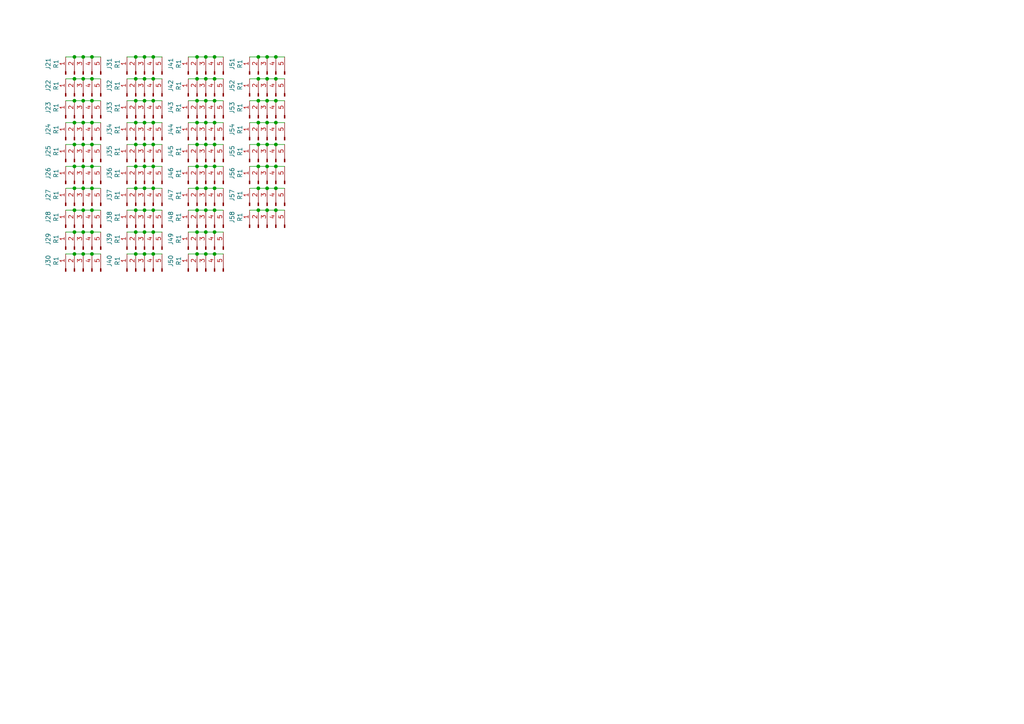
<source format=kicad_sch>
(kicad_sch (version 20231120) (generator "eeschema") (generator_version "8.0")
  (paper "A4")
  (lib_symbols
    (symbol "Connector:Conn_01x05_Pin" (pin_names (offset 1.016) hide)
      (property "Reference" "J" (at 0 7.62 0))
      (property "Value" "Conn_01x05_Pin" (at 0 -7.62 0))
      (symbol "Conn_01x05_Pin_1_1"
        (polyline (pts (xy 1.27 -5.08) (xy 0.8636 -5.08)) (stroke (width 0.1524)))
        (polyline (pts (xy 1.27 -2.54) (xy 0.8636 -2.54)) (stroke (width 0.1524)))
        (polyline (pts (xy 1.27 0) (xy 0.8636 0)) (stroke (width 0.1524)))
        (polyline (pts (xy 1.27 2.54) (xy 0.8636 2.54)) (stroke (width 0.1524)))
        (polyline (pts (xy 1.27 5.08) (xy 0.8636 5.08)) (stroke (width 0.1524)))
        (rectangle (start 0.8636 -4.953) (end 0 -5.207) (stroke (width 0.1524)) (fill (type outline)))
        (rectangle (start 0.8636 -2.413) (end 0 -2.667) (stroke (width 0.1524)) (fill (type outline)))
        (rectangle (start 0.8636 0.127) (end 0 -0.127) (stroke (width 0.1524)) (fill (type outline)))
        (rectangle (start 0.8636 2.667) (end 0 2.413) (stroke (width 0.1524)) (fill (type outline)))
        (rectangle (start 0.8636 5.207) (end 0 4.953) (stroke (width 0.1524)) (fill (type outline)))
        (pin passive line (at 5.08 5.08 180) (length 3.81) (name "Pin_1") (number "1"))
        (pin passive line (at 5.08 2.54 180) (length 3.81) (name "Pin_2") (number "2"))
        (pin passive line (at 5.08 0 180) (length 3.81) (name "Pin_3") (number "3"))
        (pin passive line (at 5.08 -2.54 180) (length 3.81) (name "Pin_4") (number "4"))
        (pin passive line (at 5.08 -5.08 180) (length 3.81) (name "Pin_5") (number "5"))
      )
    )
  )
  (junction (at 21.59 60.96))
  (junction (at 41.91 16.51))
  (junction (at 44.45 41.91))
  (junction (at 41.91 29.21))
  (junction (at 21.59 41.91))
  (junction (at 62.23 48.26))
  (junction (at 74.93 60.96))
  (junction (at 57.15 73.66))
  (junction (at 21.59 29.21))
  (junction (at 77.47 35.56))
  (junction (at 26.67 67.31))
  (junction (at 39.37 48.26))
  (junction (at 26.67 41.91))
  (junction (at 57.15 41.91))
  (junction (at 77.47 22.86))
  (junction (at 62.23 54.61))
  (junction (at 24.13 67.31))
  (junction (at 21.59 35.56))
  (junction (at 39.37 29.21))
  (junction (at 39.37 73.66))
  (junction (at 74.93 41.91))
  (junction (at 59.69 16.51))
  (junction (at 62.23 29.21))
  (junction (at 57.15 67.31))
  (junction (at 57.15 54.61))
  (junction (at 74.93 54.61))
  (junction (at 41.91 35.56))
  (junction (at 39.37 16.51))
  (junction (at 26.67 73.66))
  (junction (at 74.93 16.51))
  (junction (at 62.23 35.56))
  (junction (at 80.01 60.96))
  (junction (at 41.91 22.86))
  (junction (at 80.01 41.91))
  (junction (at 41.91 54.61))
  (junction (at 44.45 73.66))
  (junction (at 77.47 48.26))
  (junction (at 21.59 67.31))
  (junction (at 77.47 16.51))
  (junction (at 24.13 73.66))
  (junction (at 44.45 48.26))
  (junction (at 21.59 54.61))
  (junction (at 26.67 60.96))
  (junction (at 80.01 35.56))
  (junction (at 39.37 67.31))
  (junction (at 57.15 48.26))
  (junction (at 62.23 41.91))
  (junction (at 24.13 29.21))
  (junction (at 74.93 22.86))
  (junction (at 59.69 48.26))
  (junction (at 77.47 29.21))
  (junction (at 62.23 16.51))
  (junction (at 57.15 35.56))
  (junction (at 74.93 48.26))
  (junction (at 57.15 16.51))
  (junction (at 39.37 60.96))
  (junction (at 74.93 35.56))
  (junction (at 74.93 29.21))
  (junction (at 80.01 29.21))
  (junction (at 57.15 60.96))
  (junction (at 80.01 16.51))
  (junction (at 80.01 54.61))
  (junction (at 44.45 35.56))
  (junction (at 26.67 22.86))
  (junction (at 59.69 22.86))
  (junction (at 21.59 73.66))
  (junction (at 24.13 41.91))
  (junction (at 59.69 54.61))
  (junction (at 24.13 48.26))
  (junction (at 62.23 60.96))
  (junction (at 41.91 73.66))
  (junction (at 80.01 22.86))
  (junction (at 77.47 60.96))
  (junction (at 24.13 60.96))
  (junction (at 57.15 22.86))
  (junction (at 77.47 54.61))
  (junction (at 59.69 29.21))
  (junction (at 41.91 67.31))
  (junction (at 26.67 48.26))
  (junction (at 59.69 41.91))
  (junction (at 26.67 54.61))
  (junction (at 59.69 67.31))
  (junction (at 44.45 54.61))
  (junction (at 59.69 60.96))
  (junction (at 59.69 35.56))
  (junction (at 62.23 67.31))
  (junction (at 21.59 22.86))
  (junction (at 44.45 60.96))
  (junction (at 44.45 16.51))
  (junction (at 57.15 29.21))
  (junction (at 62.23 73.66))
  (junction (at 44.45 29.21))
  (junction (at 26.67 35.56))
  (junction (at 44.45 67.31))
  (junction (at 41.91 48.26))
  (junction (at 41.91 41.91))
  (junction (at 44.45 22.86))
  (junction (at 39.37 54.61))
  (junction (at 39.37 35.56))
  (junction (at 24.13 16.51))
  (junction (at 77.47 41.91))
  (junction (at 24.13 35.56))
  (junction (at 21.59 16.51))
  (junction (at 39.37 22.86))
  (junction (at 62.23 22.86))
  (junction (at 26.67 29.21))
  (junction (at 21.59 48.26))
  (junction (at 24.13 22.86))
  (junction (at 80.01 48.26))
  (junction (at 41.91 60.96))
  (junction (at 24.13 54.61))
  (junction (at 26.67 16.51))
  (junction (at 39.37 41.91))
  (junction (at 59.69 73.66))
  (wire (pts (xy 44.45 60.96) (xy 46.99 60.96)))
  (wire (pts (xy 21.59 35.56) (xy 24.13 35.56)))
  (wire (pts (xy 24.13 22.86) (xy 26.67 22.86)))
  (wire (pts (xy 62.23 16.51) (xy 64.77 16.51)))
  (wire (pts (xy 39.37 35.56) (xy 41.91 35.56)))
  (wire (pts (xy 39.37 29.21) (xy 41.91 29.21)))
  (wire (pts (xy 59.69 48.26) (xy 62.23 48.26)))
  (wire (pts (xy 41.91 41.91) (xy 44.45 41.91)))
  (wire (pts (xy 21.59 54.61) (xy 24.13 54.61)))
  (wire (pts (xy 26.67 48.26) (xy 29.21 48.26)))
  (wire (pts (xy 39.37 67.31) (xy 41.91 67.31)))
  (wire (pts (xy 54.61 54.61) (xy 57.15 54.61)))
  (wire (pts (xy 59.69 22.86) (xy 62.23 22.86)))
  (wire (pts (xy 39.37 60.96) (xy 41.91 60.96)))
  (wire (pts (xy 26.67 16.51) (xy 29.21 16.51)))
  (wire (pts (xy 26.67 67.31) (xy 29.21 67.31)))
  (wire (pts (xy 80.01 48.26) (xy 82.55 48.26)))
  (wire (pts (xy 44.45 48.26) (xy 46.99 48.26)))
  (wire (pts (xy 59.69 67.31) (xy 62.23 67.31)))
  (wire (pts (xy 21.59 60.96) (xy 24.13 60.96)))
  (wire (pts (xy 41.91 16.51) (xy 44.45 16.51)))
  (wire (pts (xy 74.93 29.21) (xy 77.47 29.21)))
  (wire (pts (xy 24.13 35.56) (xy 26.67 35.56)))
  (wire (pts (xy 44.45 29.21) (xy 46.99 29.21)))
  (wire (pts (xy 41.91 29.21) (xy 44.45 29.21)))
  (wire (pts (xy 54.61 16.51) (xy 57.15 16.51)))
  (wire (pts (xy 21.59 73.66) (xy 24.13 73.66)))
  (wire (pts (xy 19.05 48.26) (xy 21.59 48.26)))
  (wire (pts (xy 36.83 48.26) (xy 39.37 48.26)))
  (wire (pts (xy 80.01 54.61) (xy 82.55 54.61)))
  (wire (pts (xy 72.39 48.26) (xy 74.93 48.26)))
  (wire (pts (xy 44.45 35.56) (xy 46.99 35.56)))
  (wire (pts (xy 36.83 41.91) (xy 39.37 41.91)))
  (wire (pts (xy 62.23 48.26) (xy 64.77 48.26)))
  (wire (pts (xy 59.69 41.91) (xy 62.23 41.91)))
  (wire (pts (xy 21.59 16.51) (xy 24.13 16.51)))
  (wire (pts (xy 57.15 67.31) (xy 59.69 67.31)))
  (wire (pts (xy 80.01 22.86) (xy 82.55 22.86)))
  (wire (pts (xy 24.13 41.91) (xy 26.67 41.91)))
  (wire (pts (xy 59.69 35.56) (xy 62.23 35.56)))
  (wire (pts (xy 77.47 29.21) (xy 80.01 29.21)))
  (wire (pts (xy 62.23 73.66) (xy 64.77 73.66)))
  (wire (pts (xy 21.59 41.91) (xy 24.13 41.91)))
  (wire (pts (xy 77.47 48.26) (xy 80.01 48.26)))
  (wire (pts (xy 77.47 16.51) (xy 80.01 16.51)))
  (wire (pts (xy 26.67 35.56) (xy 29.21 35.56)))
  (wire (pts (xy 21.59 67.31) (xy 24.13 67.31)))
  (wire (pts (xy 74.93 60.96) (xy 77.47 60.96)))
  (wire (pts (xy 39.37 73.66) (xy 41.91 73.66)))
  (wire (pts (xy 41.91 73.66) (xy 44.45 73.66)))
  (wire (pts (xy 36.83 16.51) (xy 39.37 16.51)))
  (wire (pts (xy 24.13 73.66) (xy 26.67 73.66)))
  (wire (pts (xy 72.39 35.56) (xy 74.93 35.56)))
  (wire (pts (xy 54.61 41.91) (xy 57.15 41.91)))
  (wire (pts (xy 24.13 48.26) (xy 26.67 48.26)))
  (wire (pts (xy 36.83 60.96) (xy 39.37 60.96)))
  (wire (pts (xy 80.01 35.56) (xy 82.55 35.56)))
  (wire (pts (xy 62.23 22.86) (xy 64.77 22.86)))
  (wire (pts (xy 54.61 73.66) (xy 57.15 73.66)))
  (wire (pts (xy 26.67 73.66) (xy 29.21 73.66)))
  (wire (pts (xy 54.61 48.26) (xy 57.15 48.26)))
  (wire (pts (xy 57.15 41.91) (xy 59.69 41.91)))
  (wire (pts (xy 24.13 54.61) (xy 26.67 54.61)))
  (wire (pts (xy 21.59 48.26) (xy 24.13 48.26)))
  (wire (pts (xy 54.61 67.31) (xy 57.15 67.31)))
  (wire (pts (xy 36.83 54.61) (xy 39.37 54.61)))
  (wire (pts (xy 24.13 16.51) (xy 26.67 16.51)))
  (wire (pts (xy 19.05 41.91) (xy 21.59 41.91)))
  (wire (pts (xy 80.01 41.91) (xy 82.55 41.91)))
  (wire (pts (xy 26.67 41.91) (xy 29.21 41.91)))
  (wire (pts (xy 44.45 54.61) (xy 46.99 54.61)))
  (wire (pts (xy 57.15 16.51) (xy 59.69 16.51)))
  (wire (pts (xy 26.67 22.86) (xy 29.21 22.86)))
  (wire (pts (xy 41.91 60.96) (xy 44.45 60.96)))
  (wire (pts (xy 57.15 48.26) (xy 59.69 48.26)))
  (wire (pts (xy 72.39 16.51) (xy 74.93 16.51)))
  (wire (pts (xy 72.39 60.96) (xy 74.93 60.96)))
  (wire (pts (xy 39.37 41.91) (xy 41.91 41.91)))
  (wire (pts (xy 62.23 35.56) (xy 64.77 35.56)))
  (wire (pts (xy 41.91 54.61) (xy 44.45 54.61)))
  (wire (pts (xy 59.69 54.61) (xy 62.23 54.61)))
  (wire (pts (xy 39.37 54.61) (xy 41.91 54.61)))
  (wire (pts (xy 26.67 60.96) (xy 29.21 60.96)))
  (wire (pts (xy 19.05 73.66) (xy 21.59 73.66)))
  (wire (pts (xy 19.05 67.31) (xy 21.59 67.31)))
  (wire (pts (xy 36.83 35.56) (xy 39.37 35.56)))
  (wire (pts (xy 21.59 29.21) (xy 24.13 29.21)))
  (wire (pts (xy 19.05 54.61) (xy 21.59 54.61)))
  (wire (pts (xy 74.93 35.56) (xy 77.47 35.56)))
  (wire (pts (xy 57.15 54.61) (xy 59.69 54.61)))
  (wire (pts (xy 44.45 67.31) (xy 46.99 67.31)))
  (wire (pts (xy 54.61 35.56) (xy 57.15 35.56)))
  (wire (pts (xy 72.39 54.61) (xy 74.93 54.61)))
  (wire (pts (xy 24.13 29.21) (xy 26.67 29.21)))
  (wire (pts (xy 62.23 41.91) (xy 64.77 41.91)))
  (wire (pts (xy 41.91 22.86) (xy 44.45 22.86)))
  (wire (pts (xy 19.05 60.96) (xy 21.59 60.96)))
  (wire (pts (xy 24.13 67.31) (xy 26.67 67.31)))
  (wire (pts (xy 74.93 16.51) (xy 77.47 16.51)))
  (wire (pts (xy 54.61 60.96) (xy 57.15 60.96)))
  (wire (pts (xy 19.05 29.21) (xy 21.59 29.21)))
  (wire (pts (xy 59.69 29.21) (xy 62.23 29.21)))
  (wire (pts (xy 74.93 54.61) (xy 77.47 54.61)))
  (wire (pts (xy 62.23 60.96) (xy 64.77 60.96)))
  (wire (pts (xy 77.47 60.96) (xy 80.01 60.96)))
  (wire (pts (xy 74.93 48.26) (xy 77.47 48.26)))
  (wire (pts (xy 59.69 60.96) (xy 62.23 60.96)))
  (wire (pts (xy 41.91 67.31) (xy 44.45 67.31)))
  (wire (pts (xy 36.83 67.31) (xy 39.37 67.31)))
  (wire (pts (xy 57.15 60.96) (xy 59.69 60.96)))
  (wire (pts (xy 62.23 29.21) (xy 64.77 29.21)))
  (wire (pts (xy 41.91 48.26) (xy 44.45 48.26)))
  (wire (pts (xy 41.91 35.56) (xy 44.45 35.56)))
  (wire (pts (xy 39.37 22.86) (xy 41.91 22.86)))
  (wire (pts (xy 59.69 16.51) (xy 62.23 16.51)))
  (wire (pts (xy 19.05 16.51) (xy 21.59 16.51)))
  (wire (pts (xy 62.23 54.61) (xy 64.77 54.61)))
  (wire (pts (xy 24.13 60.96) (xy 26.67 60.96)))
  (wire (pts (xy 36.83 29.21) (xy 39.37 29.21)))
  (wire (pts (xy 39.37 48.26) (xy 41.91 48.26)))
  (wire (pts (xy 36.83 73.66) (xy 39.37 73.66)))
  (wire (pts (xy 19.05 35.56) (xy 21.59 35.56)))
  (wire (pts (xy 44.45 73.66) (xy 46.99 73.66)))
  (wire (pts (xy 26.67 29.21) (xy 29.21 29.21)))
  (wire (pts (xy 80.01 16.51) (xy 82.55 16.51)))
  (wire (pts (xy 77.47 35.56) (xy 80.01 35.56)))
  (wire (pts (xy 77.47 41.91) (xy 80.01 41.91)))
  (wire (pts (xy 26.67 54.61) (xy 29.21 54.61)))
  (wire (pts (xy 57.15 35.56) (xy 59.69 35.56)))
  (wire (pts (xy 59.69 73.66) (xy 62.23 73.66)))
  (wire (pts (xy 19.05 22.86) (xy 21.59 22.86)))
  (wire (pts (xy 57.15 22.86) (xy 59.69 22.86)))
  (wire (pts (xy 77.47 22.86) (xy 80.01 22.86)))
  (wire (pts (xy 80.01 29.21) (xy 82.55 29.21)))
  (wire (pts (xy 72.39 41.91) (xy 74.93 41.91)))
  (wire (pts (xy 77.47 54.61) (xy 80.01 54.61)))
  (wire (pts (xy 39.37 16.51) (xy 41.91 16.51)))
  (wire (pts (xy 74.93 22.86) (xy 77.47 22.86)))
  (wire (pts (xy 54.61 22.86) (xy 57.15 22.86)))
  (wire (pts (xy 62.23 67.31) (xy 64.77 67.31)))
  (wire (pts (xy 44.45 22.86) (xy 46.99 22.86)))
  (wire (pts (xy 36.83 22.86) (xy 39.37 22.86)))
  (wire (pts (xy 44.45 41.91) (xy 46.99 41.91)))
  (wire (pts (xy 74.93 41.91) (xy 77.47 41.91)))
  (wire (pts (xy 44.45 16.51) (xy 46.99 16.51)))
  (wire (pts (xy 80.01 60.96) (xy 82.55 60.96)))
  (wire (pts (xy 57.15 29.21) (xy 59.69 29.21)))
  (wire (pts (xy 21.59 22.86) (xy 24.13 22.86)))
  (wire (pts (xy 54.61 29.21) (xy 57.15 29.21)))
  (wire (pts (xy 72.39 29.21) (xy 74.93 29.21)))
  (wire (pts (xy 72.39 22.86) (xy 74.93 22.86)))
  (wire (pts (xy 57.15 73.66) (xy 59.69 73.66)))
  (symbol (lib_id "Connector:Conn_01x05_Pin") (at 41.91 78.74 90) (unit 1)
    (property "Reference" "J40" (at 31.75 75.692 0))
    (property "Value" "R1" (at 34.036 75.692 0))
    (property "Footprint" "diy-nabra:R5_BB" (effects (hide yes)))
    (property "Description" "Generic connector, single row, 01x05, script generated" (effects (hide yes)))
  )
  (symbol (lib_id "Connector:Conn_01x05_Pin") (at 24.13 46.99 90) (unit 1)
    (property "Reference" "J25" (at 13.97 43.942 0))
    (property "Value" "R1" (at 16.256 43.942 0))
    (property "Footprint" "diy-nabra:R5_BB" (effects (hide yes)))
    (property "Description" "Generic connector, single row, 01x05, script generated" (effects (hide yes)))
  )
  (symbol (lib_id "Connector:Conn_01x05_Pin") (at 77.47 66.04 90) (unit 1)
    (property "Reference" "J58" (at 67.31 62.992 0))
    (property "Value" "R1" (at 69.596 62.992 0))
    (property "Footprint" "diy-nabra:R5_BB" (effects (hide yes)))
    (property "Description" "Generic connector, single row, 01x05, script generated" (effects (hide yes)))
  )
  (symbol (lib_id "Connector:Conn_01x05_Pin") (at 77.47 34.29 90) (unit 1)
    (property "Reference" "J53" (at 67.31 31.242 0))
    (property "Value" "R1" (at 69.596 31.242 0))
    (property "Footprint" "diy-nabra:R5_BB" (effects (hide yes)))
    (property "Description" "Generic connector, single row, 01x05, script generated" (effects (hide yes)))
  )
  (symbol (lib_id "Connector:Conn_01x05_Pin") (at 41.91 27.94 90) (unit 1)
    (property "Reference" "J32" (at 31.75 24.892 0))
    (property "Value" "R1" (at 34.036 24.892 0))
    (property "Footprint" "diy-nabra:R5_BB" (effects (hide yes)))
    (property "Description" "Generic connector, single row, 01x05, script generated" (effects (hide yes)))
  )
  (symbol (lib_id "Connector:Conn_01x05_Pin") (at 24.13 59.69 90) (unit 1)
    (property "Reference" "J27" (at 13.97 56.642 0))
    (property "Value" "R1" (at 16.256 56.642 0))
    (property "Footprint" "diy-nabra:R5_BB" (effects (hide yes)))
    (property "Description" "Generic connector, single row, 01x05, script generated" (effects (hide yes)))
  )
  (symbol (lib_id "Connector:Conn_01x05_Pin") (at 24.13 72.39 90) (unit 1)
    (property "Reference" "J29" (at 13.97 69.342 0))
    (property "Value" "R1" (at 16.256 69.342 0))
    (property "Footprint" "diy-nabra:R5_BB" (effects (hide yes)))
    (property "Description" "Generic connector, single row, 01x05, script generated" (effects (hide yes)))
  )
  (symbol (lib_id "Connector:Conn_01x05_Pin") (at 24.13 66.04 90) (unit 1)
    (property "Reference" "J28" (at 13.97 62.992 0))
    (property "Value" "R1" (at 16.256 62.992 0))
    (property "Footprint" "diy-nabra:R5_BB" (effects (hide yes)))
    (property "Description" "Generic connector, single row, 01x05, script generated" (effects (hide yes)))
  )
  (symbol (lib_id "Connector:Conn_01x05_Pin") (at 24.13 78.74 90) (unit 1)
    (property "Reference" "J30" (at 13.97 75.692 0))
    (property "Value" "R1" (at 16.256 75.692 0))
    (property "Footprint" "diy-nabra:R5_BB" (effects (hide yes)))
    (property "Description" "Generic connector, single row, 01x05, script generated" (effects (hide yes)))
  )
  (symbol (lib_id "Connector:Conn_01x05_Pin") (at 59.69 27.94 90) (unit 1)
    (property "Reference" "J42" (at 49.53 24.892 0))
    (property "Value" "R1" (at 51.816 24.892 0))
    (property "Footprint" "diy-nabra:R5_BB" (effects (hide yes)))
    (property "Description" "Generic connector, single row, 01x05, script generated" (effects (hide yes)))
  )
  (symbol (lib_id "Connector:Conn_01x05_Pin") (at 41.91 66.04 90) (unit 1)
    (property "Reference" "J38" (at 31.75 62.992 0))
    (property "Value" "R1" (at 34.036 62.992 0))
    (property "Footprint" "diy-nabra:R5_BB" (effects (hide yes)))
    (property "Description" "Generic connector, single row, 01x05, script generated" (effects (hide yes)))
  )
  (symbol (lib_id "Connector:Conn_01x05_Pin") (at 59.69 21.59 90) (unit 1)
    (property "Reference" "J41" (at 49.53 18.542 0))
    (property "Value" "R1" (at 51.816 18.542 0))
    (property "Footprint" "diy-nabra:R5_BB" (effects (hide yes)))
    (property "Description" "Generic connector, single row, 01x05, script generated" (effects (hide yes)))
  )
  (symbol (lib_id "Connector:Conn_01x05_Pin") (at 77.47 46.99 90) (unit 1)
    (property "Reference" "J55" (at 67.31 43.942 0))
    (property "Value" "R1" (at 69.596 43.942 0))
    (property "Footprint" "diy-nabra:R5_BB" (effects (hide yes)))
    (property "Description" "Generic connector, single row, 01x05, script generated" (effects (hide yes)))
  )
  (symbol (lib_id "Connector:Conn_01x05_Pin") (at 59.69 34.29 90) (unit 1)
    (property "Reference" "J43" (at 49.53 31.242 0))
    (property "Value" "R1" (at 51.816 31.242 0))
    (property "Footprint" "diy-nabra:R5_BB" (effects (hide yes)))
    (property "Description" "Generic connector, single row, 01x05, script generated" (effects (hide yes)))
  )
  (symbol (lib_id "Connector:Conn_01x05_Pin") (at 41.91 46.99 90) (unit 1)
    (property "Reference" "J35" (at 31.75 43.942 0))
    (property "Value" "R1" (at 34.036 43.942 0))
    (property "Footprint" "diy-nabra:R5_BB" (effects (hide yes)))
    (property "Description" "Generic connector, single row, 01x05, script generated" (effects (hide yes)))
  )
  (symbol (lib_id "Connector:Conn_01x05_Pin") (at 59.69 66.04 90) (unit 1)
    (property "Reference" "J48" (at 49.53 62.992 0))
    (property "Value" "R1" (at 51.816 62.992 0))
    (property "Footprint" "diy-nabra:R5_BB" (effects (hide yes)))
    (property "Description" "Generic connector, single row, 01x05, script generated" (effects (hide yes)))
  )
  (symbol (lib_id "Connector:Conn_01x05_Pin") (at 77.47 59.69 90) (unit 1)
    (property "Reference" "J57" (at 67.31 56.642 0))
    (property "Value" "R1" (at 69.596 56.642 0))
    (property "Footprint" "diy-nabra:R5_BB" (effects (hide yes)))
    (property "Description" "Generic connector, single row, 01x05, script generated" (effects (hide yes)))
  )
  (symbol (lib_id "Connector:Conn_01x05_Pin") (at 77.47 27.94 90) (unit 1)
    (property "Reference" "J52" (at 67.31 24.892 0))
    (property "Value" "R1" (at 69.596 24.892 0))
    (property "Footprint" "diy-nabra:R5_BB" (effects (hide yes)))
    (property "Description" "Generic connector, single row, 01x05, script generated" (effects (hide yes)))
  )
  (symbol (lib_id "Connector:Conn_01x05_Pin") (at 41.91 53.34 90) (unit 1)
    (property "Reference" "J36" (at 31.75 50.292 0))
    (property "Value" "R1" (at 34.036 50.292 0))
    (property "Footprint" "diy-nabra:R5_BB" (effects (hide yes)))
    (property "Description" "Generic connector, single row, 01x05, script generated" (effects (hide yes)))
  )
  (symbol (lib_id "Connector:Conn_01x05_Pin") (at 59.69 46.99 90) (unit 1)
    (property "Reference" "J45" (at 49.53 43.942 0))
    (property "Value" "R1" (at 51.816 43.942 0))
    (property "Footprint" "diy-nabra:R5_BB" (effects (hide yes)))
    (property "Description" "Generic connector, single row, 01x05, script generated" (effects (hide yes)))
  )
  (symbol (lib_id "Connector:Conn_01x05_Pin") (at 77.47 53.34 90) (unit 1)
    (property "Reference" "J56" (at 67.31 50.292 0))
    (property "Value" "R1" (at 69.596 50.292 0))
    (property "Footprint" "diy-nabra:R5_BB" (effects (hide yes)))
    (property "Description" "Generic connector, single row, 01x05, script generated" (effects (hide yes)))
  )
  (symbol (lib_id "Connector:Conn_01x05_Pin") (at 41.91 21.59 90) (unit 1)
    (property "Reference" "J31" (at 31.75 18.542 0))
    (property "Value" "R1" (at 34.036 18.542 0))
    (property "Footprint" "diy-nabra:R5_BB" (effects (hide yes)))
    (property "Description" "Generic connector, single row, 01x05, script generated" (effects (hide yes)))
  )
  (symbol (lib_id "Connector:Conn_01x05_Pin") (at 41.91 72.39 90) (unit 1)
    (property "Reference" "J39" (at 31.75 69.342 0))
    (property "Value" "R1" (at 34.036 69.342 0))
    (property "Footprint" "diy-nabra:R5_BB" (effects (hide yes)))
    (property "Description" "Generic connector, single row, 01x05, script generated" (effects (hide yes)))
  )
  (symbol (lib_id "Connector:Conn_01x05_Pin") (at 59.69 53.34 90) (unit 1)
    (property "Reference" "J46" (at 49.53 50.292 0))
    (property "Value" "R1" (at 51.816 50.292 0))
    (property "Footprint" "diy-nabra:R5_BB" (effects (hide yes)))
    (property "Description" "Generic connector, single row, 01x05, script generated" (effects (hide yes)))
  )
  (symbol (lib_id "Connector:Conn_01x05_Pin") (at 41.91 59.69 90) (unit 1)
    (property "Reference" "J37" (at 31.75 56.642 0))
    (property "Value" "R1" (at 34.036 56.642 0))
    (property "Footprint" "diy-nabra:R5_BB" (effects (hide yes)))
    (property "Description" "Generic connector, single row, 01x05, script generated" (effects (hide yes)))
  )
  (symbol (lib_id "Connector:Conn_01x05_Pin") (at 77.47 40.64 90) (unit 1)
    (property "Reference" "J54" (at 67.31 37.592 0))
    (property "Value" "R1" (at 69.596 37.592 0))
    (property "Footprint" "diy-nabra:R5_BB" (effects (hide yes)))
    (property "Description" "Generic connector, single row, 01x05, script generated" (effects (hide yes)))
  )
  (symbol (lib_id "Connector:Conn_01x05_Pin") (at 59.69 78.74 90) (unit 1)
    (property "Reference" "J50" (at 49.53 75.692 0))
    (property "Value" "R1" (at 51.816 75.692 0))
    (property "Footprint" "diy-nabra:R5_BB" (effects (hide yes)))
    (property "Description" "Generic connector, single row, 01x05, script generated" (effects (hide yes)))
  )
  (symbol (lib_id "Connector:Conn_01x05_Pin") (at 59.69 40.64 90) (unit 1)
    (property "Reference" "J44" (at 49.53 37.592 0))
    (property "Value" "R1" (at 51.816 37.592 0))
    (property "Footprint" "diy-nabra:R5_BB" (effects (hide yes)))
    (property "Description" "Generic connector, single row, 01x05, script generated" (effects (hide yes)))
  )
  (symbol (lib_id "Connector:Conn_01x05_Pin") (at 41.91 34.29 90) (unit 1)
    (property "Reference" "J33" (at 31.75 31.242 0))
    (property "Value" "R1" (at 34.036 31.242 0))
    (property "Footprint" "diy-nabra:R5_BB" (effects (hide yes)))
    (property "Description" "Generic connector, single row, 01x05, script generated" (effects (hide yes)))
  )
  (symbol (lib_id "Connector:Conn_01x05_Pin") (at 77.47 21.59 90) (unit 1)
    (property "Reference" "J51" (at 67.31 18.542 0))
    (property "Value" "R1" (at 69.596 18.542 0))
    (property "Footprint" "diy-nabra:R5_BB" (effects (hide yes)))
    (property "Description" "Generic connector, single row, 01x05, script generated" (effects (hide yes)))
  )
  (symbol (lib_id "Connector:Conn_01x05_Pin") (at 59.69 59.69 90) (unit 1)
    (property "Reference" "J47" (at 49.53 56.642 0))
    (property "Value" "R1" (at 51.816 56.642 0))
    (property "Footprint" "diy-nabra:R5_BB" (effects (hide yes)))
    (property "Description" "Generic connector, single row, 01x05, script generated" (effects (hide yes)))
  )
  (symbol (lib_id "Connector:Conn_01x05_Pin") (at 59.69 72.39 90) (unit 1)
    (property "Reference" "J49" (at 49.53 69.342 0))
    (property "Value" "R1" (at 51.816 69.342 0))
    (property "Footprint" "diy-nabra:R5_BB" (effects (hide yes)))
    (property "Description" "Generic connector, single row, 01x05, script generated" (effects (hide yes)))
  )
  (symbol (lib_id "Connector:Conn_01x05_Pin") (at 24.13 21.59 90) (unit 1)
    (property "Reference" "J21" (at 13.97 18.542 0))
    (property "Value" "R1" (at 16.256 18.542 0))
    (property "Footprint" "diy-nabra:R5_BB" (effects (hide yes)))
    (property "Description" "Generic connector, single row, 01x05, script generated" (effects (hide yes)))
  )
  (symbol (lib_id "Connector:Conn_01x05_Pin") (at 24.13 40.64 90) (unit 1)
    (property "Reference" "J24" (at 13.97 37.592 0))
    (property "Value" "R1" (at 16.256 37.592 0))
    (property "Footprint" "diy-nabra:R5_BB" (effects (hide yes)))
    (property "Description" "Generic connector, single row, 01x05, script generated" (effects (hide yes)))
  )
  (symbol (lib_id "Connector:Conn_01x05_Pin") (at 41.91 40.64 90) (unit 1)
    (property "Reference" "J34" (at 31.75 37.592 0))
    (property "Value" "R1" (at 34.036 37.592 0))
    (property "Footprint" "diy-nabra:R5_BB" (effects (hide yes)))
    (property "Description" "Generic connector, single row, 01x05, script generated" (effects (hide yes)))
  )
  (symbol (lib_id "Connector:Conn_01x05_Pin") (at 24.13 53.34 90) (unit 1)
    (property "Reference" "J26" (at 13.97 50.292 0))
    (property "Value" "R1" (at 16.256 50.292 0))
    (property "Footprint" "diy-nabra:R5_BB" (effects (hide yes)))
    (property "Description" "Generic connector, single row, 01x05, script generated" (effects (hide yes)))
  )
  (symbol (lib_id "Connector:Conn_01x05_Pin") (at 24.13 27.94 90) (unit 1)
    (property "Reference" "J22" (at 13.97 24.892 0))
    (property "Value" "R1" (at 16.256 24.892 0))
    (property "Footprint" "diy-nabra:R5_BB" (effects (hide yes)))
    (property "Description" "Generic connector, single row, 01x05, script generated" (effects (hide yes)))
  )
  (symbol (lib_id "Connector:Conn_01x05_Pin") (at 24.13 34.29 90) (unit 1)
    (property "Reference" "J23" (at 13.97 31.242 0))
    (property "Value" "R1" (at 16.256 31.242 0))
    (property "Footprint" "diy-nabra:R5_BB" (effects (hide yes)))
    (property "Description" "Generic connector, single row, 01x05, script generated" (effects (hide yes)))
  )
)
</source>
